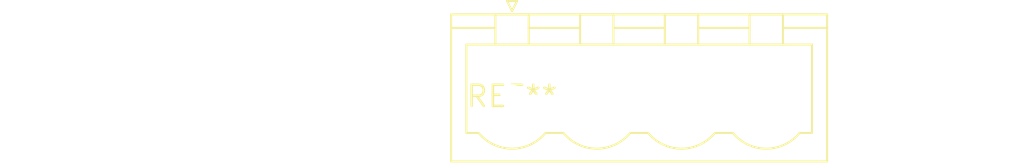
<source format=kicad_pcb>
(kicad_pcb (version 20240108) (generator pcbnew)
  (layers (0 "F.Cu" signal) (31 "B.Cu" signal) (34 "B.Paste" user) (35 "F.Paste" user) (36 "B.SilkS" user "B.Silkscreen") (37 "F.SilkS" user "F.Silkscreen") (38 "B.Mask" user) (39 "F.Mask" user) (44 "Edge.Cuts" user))
  (net 0 "")
  (footprint "PhoenixContact_MSTBVA_2,5_4-G-5,08_1x04_P5.08mm_Vertical" (layer "F.Cu") (at 0 0)
    (property "Reference" "REF**")
    (property "Value" "PhoenixContact_MSTBVA_2,5_4-G-5,08_1x04_P5.08mm_Vertical")
    (fp_line (start -3.65 -4.91) (end -3.65 3.91) (layer "F.SilkS") (stroke (width 0.12)))
    (fp_line (start -3.65 -4.1) (end -1.11 -4.1) (layer "F.SilkS") (stroke (width 0.12)))
    (fp_line (start -3.65 3.91) (end 18.89 3.91) (layer "F.SilkS") (stroke (width 0.12)))
    (fp_line (start -2.74 -3.1) (end 17.98 -3.1) (layer "F.SilkS") (stroke (width 0.12)))
    (fp_line (start -2.74 2.2) (end -2.74 -3.1) (layer "F.SilkS") (stroke (width 0.12)))
    (fp_line (start -2 2.2) (end -2.74 2.2) (layer "F.SilkS") (stroke (width 0.12)))
    (fp_line (start -1 -4.91) (end 1 -4.91) (layer "F.SilkS") (stroke (width 0.12)))
    (fp_line (start -1 -3.1) (end -1 -4.91) (layer "F.SilkS") (stroke (width 0.12)))
    (fp_line (start -0.3 -5.71) (end 0.3 -5.71) (layer "F.SilkS") (stroke (width 0.12)))
    (fp_line (start 0 -5.11) (end -0.3 -5.71) (layer "F.SilkS") (stroke (width 0.12)))
    (fp_line (start 0.3 -5.71) (end 0 -5.11) (layer "F.SilkS") (stroke (width 0.12)))
    (fp_line (start 1 -4.91) (end 1 -3.1) (layer "F.SilkS") (stroke (width 0.12)))
    (fp_line (start 1 -4.1) (end 4.08 -4.1) (layer "F.SilkS") (stroke (width 0.12)))
    (fp_line (start 1 -3.1) (end -1 -3.1) (layer "F.SilkS") (stroke (width 0.12)))
    (fp_line (start 2 2.2) (end 3.08 2.2) (layer "F.SilkS") (stroke (width 0.12)))
    (fp_line (start 4.08 -4.91) (end 6.08 -4.91) (layer "F.SilkS") (stroke (width 0.12)))
    (fp_line (start 4.08 -3.1) (end 4.08 -4.91) (layer "F.SilkS") (stroke (width 0.12)))
    (fp_line (start 6.08 -4.91) (end 6.08 -3.1) (layer "F.SilkS") (stroke (width 0.12)))
    (fp_line (start 6.08 -4.1) (end 9.16 -4.1) (layer "F.SilkS") (stroke (width 0.12)))
    (fp_line (start 6.08 -3.1) (end 4.08 -3.1) (layer "F.SilkS") (stroke (width 0.12)))
    (fp_line (start 7.08 2.2) (end 8.16 2.2) (layer "F.SilkS") (stroke (width 0.12)))
    (fp_line (start 9.16 -4.91) (end 11.16 -4.91) (layer "F.SilkS") (stroke (width 0.12)))
    (fp_line (start 9.16 -3.1) (end 9.16 -4.91) (layer "F.SilkS") (stroke (width 0.12)))
    (fp_line (start 11.16 -4.91) (end 11.16 -3.1) (layer "F.SilkS") (stroke (width 0.12)))
    (fp_line (start 11.16 -4.1) (end 14.24 -4.1) (layer "F.SilkS") (stroke (width 0.12)))
    (fp_line (start 11.16 -3.1) (end 9.16 -3.1) (layer "F.SilkS") (stroke (width 0.12)))
    (fp_line (start 12.16 2.2) (end 13.24 2.2) (layer "F.SilkS") (stroke (width 0.12)))
    (fp_line (start 14.24 -4.91) (end 16.24 -4.91) (layer "F.SilkS") (stroke (width 0.12)))
    (fp_line (start 14.24 -3.1) (end 14.24 -4.91) (layer "F.SilkS") (stroke (width 0.12)))
    (fp_line (start 16.24 -4.91) (end 16.24 -3.1) (layer "F.SilkS") (stroke (width 0.12)))
    (fp_line (start 16.24 -3.1) (end 14.24 -3.1) (layer "F.SilkS") (stroke (width 0.12)))
    (fp_line (start 17.98 -3.1) (end 17.98 2.2) (layer "F.SilkS") (stroke (width 0.12)))
    (fp_line (start 17.98 2.2) (end 17.24 2.2) (layer "F.SilkS") (stroke (width 0.12)))
    (fp_line (start 18.89 -4.91) (end -3.65 -4.91) (layer "F.SilkS") (stroke (width 0.12)))
    (fp_line (start 18.89 -4.1) (end 16.35 -4.1) (layer "F.SilkS") (stroke (width 0.12)))
    (fp_line (start 18.89 3.91) (end 18.89 -4.91) (layer "F.SilkS") (stroke (width 0.12)))
    (fp_arc (start 1.986842 2.215821) (mid -0.010289 3.142758) (end -2 2.2) (layer "F.SilkS") (stroke (width 0.12)))
    (fp_arc (start 7.066842 2.215821) (mid 5.069711 3.142758) (end 3.08 2.2) (layer "F.SilkS") (stroke (width 0.12)))
    (fp_arc (start 12.146842 2.215821) (mid 10.149711 3.142758) (end 8.16 2.2) (layer "F.SilkS") (stroke (width 0.12)))
    (fp_arc (start 17.226842 2.215821) (mid 15.229711 3.142758) (end 13.24 2.2) (layer "F.SilkS") (stroke (width 0.12)))
    (pad "1" thru_hole roundrect (at 0 0) (size 2.08 3.6) (drill 1.4) (layers *.Cu *.Mask) (remove_unused_layers) (roundrect_rratio 0.120192))
    (pad "2" thru_hole oval (at 5.08 0) (size 2.08 3.6) (drill 1.4) (layers *.Cu *.Mask) (remove_unused_layers))
    (pad "3" thru_hole oval (at 10.16 0) (size 2.08 3.6) (drill 1.4) (layers *.Cu *.Mask) (remove_unused_layers))
    (pad "4" thru_hole oval (at 15.24 0) (size 2.08 3.6) (drill 1.4) (layers *.Cu *.Mask) (remove_unused_layers))
  )
)
</source>
